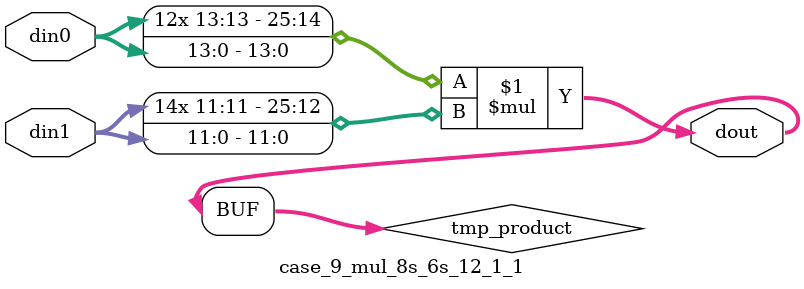
<source format=v>

`timescale 1 ns / 1 ps

 module case_9_mul_8s_6s_12_1_1(din0, din1, dout);
parameter ID = 1;
parameter NUM_STAGE = 0;
parameter din0_WIDTH = 14;
parameter din1_WIDTH = 12;
parameter dout_WIDTH = 26;

input [din0_WIDTH - 1 : 0] din0; 
input [din1_WIDTH - 1 : 0] din1; 
output [dout_WIDTH - 1 : 0] dout;

wire signed [dout_WIDTH - 1 : 0] tmp_product;



























assign tmp_product = $signed(din0) * $signed(din1);








assign dout = tmp_product;





















endmodule

</source>
